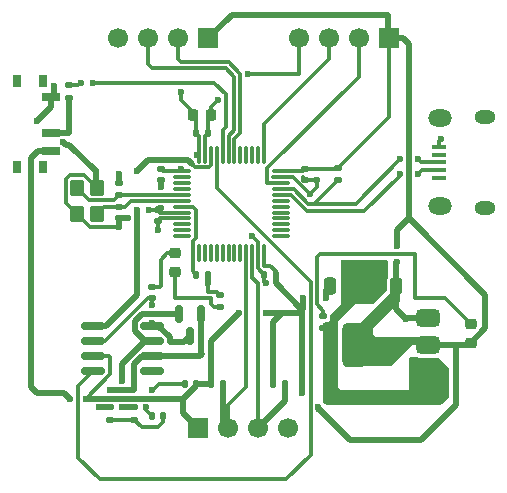
<source format=gbr>
%TF.GenerationSoftware,KiCad,Pcbnew,9.0.6*%
%TF.CreationDate,2026-02-08T19:37:55+05:30*%
%TF.ProjectId,stm32,73746d33-322e-46b6-9963-61645f706362,rev?*%
%TF.SameCoordinates,Original*%
%TF.FileFunction,Copper,L1,Top*%
%TF.FilePolarity,Positive*%
%FSLAX46Y46*%
G04 Gerber Fmt 4.6, Leading zero omitted, Abs format (unit mm)*
G04 Created by KiCad (PCBNEW 9.0.6) date 2026-02-08 19:37:55*
%MOMM*%
%LPD*%
G01*
G04 APERTURE LIST*
G04 Aperture macros list*
%AMRoundRect*
0 Rectangle with rounded corners*
0 $1 Rounding radius*
0 $2 $3 $4 $5 $6 $7 $8 $9 X,Y pos of 4 corners*
0 Add a 4 corners polygon primitive as box body*
4,1,4,$2,$3,$4,$5,$6,$7,$8,$9,$2,$3,0*
0 Add four circle primitives for the rounded corners*
1,1,$1+$1,$2,$3*
1,1,$1+$1,$4,$5*
1,1,$1+$1,$6,$7*
1,1,$1+$1,$8,$9*
0 Add four rect primitives between the rounded corners*
20,1,$1+$1,$2,$3,$4,$5,0*
20,1,$1+$1,$4,$5,$6,$7,0*
20,1,$1+$1,$6,$7,$8,$9,0*
20,1,$1+$1,$8,$9,$2,$3,0*%
G04 Aperture macros list end*
%TA.AperFunction,SMDPad,CuDef*%
%ADD10R,1.300000X0.450000*%
%TD*%
%TA.AperFunction,HeatsinkPad*%
%ADD11O,1.800000X1.150000*%
%TD*%
%TA.AperFunction,HeatsinkPad*%
%ADD12O,2.000000X1.450000*%
%TD*%
%TA.AperFunction,SMDPad,CuDef*%
%ADD13RoundRect,0.140000X-0.140000X-0.170000X0.140000X-0.170000X0.140000X0.170000X-0.140000X0.170000X0*%
%TD*%
%TA.AperFunction,SMDPad,CuDef*%
%ADD14RoundRect,0.218750X0.256250X-0.218750X0.256250X0.218750X-0.256250X0.218750X-0.256250X-0.218750X0*%
%TD*%
%TA.AperFunction,SMDPad,CuDef*%
%ADD15RoundRect,0.135000X-0.135000X-0.185000X0.135000X-0.185000X0.135000X0.185000X-0.135000X0.185000X0*%
%TD*%
%TA.AperFunction,SMDPad,CuDef*%
%ADD16RoundRect,0.140000X-0.170000X0.140000X-0.170000X-0.140000X0.170000X-0.140000X0.170000X0.140000X0*%
%TD*%
%TA.AperFunction,SMDPad,CuDef*%
%ADD17R,0.800000X1.000000*%
%TD*%
%TA.AperFunction,SMDPad,CuDef*%
%ADD18R,1.500000X0.700000*%
%TD*%
%TA.AperFunction,SMDPad,CuDef*%
%ADD19RoundRect,0.135000X-0.185000X0.135000X-0.185000X-0.135000X0.185000X-0.135000X0.185000X0.135000X0*%
%TD*%
%TA.AperFunction,SMDPad,CuDef*%
%ADD20RoundRect,0.140000X0.170000X-0.140000X0.170000X0.140000X-0.170000X0.140000X-0.170000X-0.140000X0*%
%TD*%
%TA.AperFunction,SMDPad,CuDef*%
%ADD21RoundRect,0.250000X-0.250000X-0.475000X0.250000X-0.475000X0.250000X0.475000X-0.250000X0.475000X0*%
%TD*%
%TA.AperFunction,SMDPad,CuDef*%
%ADD22RoundRect,0.135000X0.185000X-0.135000X0.185000X0.135000X-0.185000X0.135000X-0.185000X-0.135000X0*%
%TD*%
%TA.AperFunction,SMDPad,CuDef*%
%ADD23RoundRect,0.140000X0.140000X0.170000X-0.140000X0.170000X-0.140000X-0.170000X0.140000X-0.170000X0*%
%TD*%
%TA.AperFunction,SMDPad,CuDef*%
%ADD24RoundRect,0.250000X-0.350000X0.450000X-0.350000X-0.450000X0.350000X-0.450000X0.350000X0.450000X0*%
%TD*%
%TA.AperFunction,SMDPad,CuDef*%
%ADD25RoundRect,0.218750X-0.256250X0.218750X-0.256250X-0.218750X0.256250X-0.218750X0.256250X0.218750X0*%
%TD*%
%TA.AperFunction,SMDPad,CuDef*%
%ADD26RoundRect,0.375000X0.625000X0.375000X-0.625000X0.375000X-0.625000X-0.375000X0.625000X-0.375000X0*%
%TD*%
%TA.AperFunction,SMDPad,CuDef*%
%ADD27RoundRect,0.500000X0.500000X1.400000X-0.500000X1.400000X-0.500000X-1.400000X0.500000X-1.400000X0*%
%TD*%
%TA.AperFunction,SMDPad,CuDef*%
%ADD28RoundRect,0.075000X-0.662500X-0.075000X0.662500X-0.075000X0.662500X0.075000X-0.662500X0.075000X0*%
%TD*%
%TA.AperFunction,SMDPad,CuDef*%
%ADD29RoundRect,0.075000X-0.075000X-0.662500X0.075000X-0.662500X0.075000X0.662500X-0.075000X0.662500X0*%
%TD*%
%TA.AperFunction,SMDPad,CuDef*%
%ADD30RoundRect,0.150000X-0.825000X-0.150000X0.825000X-0.150000X0.825000X0.150000X-0.825000X0.150000X0*%
%TD*%
%TA.AperFunction,ComponentPad*%
%ADD31R,1.700000X1.700000*%
%TD*%
%TA.AperFunction,ComponentPad*%
%ADD32C,1.700000*%
%TD*%
%TA.AperFunction,SMDPad,CuDef*%
%ADD33RoundRect,0.150000X-0.150000X0.587500X-0.150000X-0.587500X0.150000X-0.587500X0.150000X0.587500X0*%
%TD*%
%TA.AperFunction,SMDPad,CuDef*%
%ADD34RoundRect,0.250000X0.250000X0.475000X-0.250000X0.475000X-0.250000X-0.475000X0.250000X-0.475000X0*%
%TD*%
%TA.AperFunction,SMDPad,CuDef*%
%ADD35RoundRect,0.225000X-0.225000X-0.250000X0.225000X-0.250000X0.225000X0.250000X-0.225000X0.250000X0*%
%TD*%
%TA.AperFunction,ViaPad*%
%ADD36C,0.600000*%
%TD*%
%TA.AperFunction,Conductor*%
%ADD37C,0.300000*%
%TD*%
%TA.AperFunction,Conductor*%
%ADD38C,0.500000*%
%TD*%
G04 APERTURE END LIST*
D10*
%TO.P,J4,1,VBUS*%
%TO.N,VBUS*%
X128600000Y-71300000D03*
%TO.P,J4,2,D-*%
%TO.N,/USB_D-*%
X128600000Y-70650000D03*
%TO.P,J4,3,D+*%
%TO.N,/USB_D+*%
X128600000Y-70000000D03*
%TO.P,J4,4,ID*%
%TO.N,unconnected-(J4-ID-Pad4)*%
X128600000Y-69350000D03*
%TO.P,J4,5,GND*%
%TO.N,GND*%
X128600000Y-68700000D03*
D11*
%TO.P,J4,6,Shield*%
%TO.N,unconnected-(J4-Shield-Pad6)_1*%
X132450000Y-73875000D03*
D12*
%TO.N,unconnected-(J4-Shield-Pad6)_2*%
X128650000Y-73725000D03*
%TO.N,unconnected-(J4-Shield-Pad6)_3*%
X128650000Y-66275000D03*
D11*
%TO.N,unconnected-(J4-Shield-Pad6)*%
X132450000Y-66125000D03*
%TD*%
D13*
%TO.P,C12,1*%
%TO.N,+3.3V*%
X108020000Y-67500000D03*
%TO.P,C12,2*%
%TO.N,GND*%
X108980000Y-67500000D03*
%TD*%
D14*
%TO.P,FB1,1*%
%TO.N,+3.3VA*%
X106250000Y-79287500D03*
%TO.P,FB1,2*%
%TO.N,Net-(C15-Pad1)*%
X106250000Y-77712500D03*
%TD*%
D15*
%TO.P,R4,1*%
%TO.N,+3.3V*%
X114490000Y-88750000D03*
%TO.P,R4,2*%
%TO.N,/I2C2_SDA*%
X115510000Y-88750000D03*
%TD*%
D16*
%TO.P,C8,1*%
%TO.N,+3.3V*%
X105000000Y-70520000D03*
%TO.P,C8,2*%
%TO.N,GND*%
X105000000Y-71480000D03*
%TD*%
%TO.P,C15,1*%
%TO.N,Net-(C15-Pad1)*%
X104250000Y-80520000D03*
%TO.P,C15,2*%
%TO.N,GND*%
X104250000Y-81480000D03*
%TD*%
D17*
%TO.P,SW1,*%
%TO.N,*%
X95030000Y-63100000D03*
X92820000Y-63100000D03*
X95030000Y-70400000D03*
X92820000Y-70400000D03*
D18*
%TO.P,SW1,1,A*%
%TO.N,GND*%
X95680000Y-64500000D03*
%TO.P,SW1,2,B*%
%TO.N,Net-(SW1-B)*%
X95680000Y-67500000D03*
%TO.P,SW1,3,C*%
%TO.N,+3.3V*%
X95680000Y-69000000D03*
%TD*%
D19*
%TO.P,R3,1*%
%TO.N,Net-(U2-CANH)*%
X102750000Y-90750000D03*
%TO.P,R3,2*%
%TO.N,Net-(C11-Pad2)*%
X102750000Y-91770000D03*
%TD*%
D20*
%TO.P,C13,1*%
%TO.N,+3.3VA*%
X104750000Y-74980000D03*
%TO.P,C13,2*%
%TO.N,GND*%
X104750000Y-74020000D03*
%TD*%
D21*
%TO.P,C1,1*%
%TO.N,+3.3V*%
X119300000Y-80500000D03*
%TO.P,C1,2*%
%TO.N,GND*%
X121200000Y-80500000D03*
%TD*%
D22*
%TO.P,R6,1*%
%TO.N,Net-(SW1-B)*%
X97250000Y-64510000D03*
%TO.P,R6,2*%
%TO.N,Net-(U3-BOOT0)*%
X97250000Y-63490000D03*
%TD*%
D23*
%TO.P,C3,1*%
%TO.N,+3.3V*%
X107980000Y-88760000D03*
%TO.P,C3,2*%
%TO.N,GND*%
X107020000Y-88760000D03*
%TD*%
D19*
%TO.P,R7,1*%
%TO.N,+3.3V*%
X120000000Y-70490000D03*
%TO.P,R7,2*%
%TO.N,/USB_D+*%
X120000000Y-71510000D03*
%TD*%
D20*
%TO.P,C4,1*%
%TO.N,/HSE_IN*%
X101500000Y-72730000D03*
%TO.P,C4,2*%
%TO.N,GND*%
X101500000Y-71770000D03*
%TD*%
D23*
%TO.P,C9,1*%
%TO.N,+3.3V*%
X114730000Y-79500000D03*
%TO.P,C9,2*%
%TO.N,GND*%
X113770000Y-79500000D03*
%TD*%
D15*
%TO.P,R2,1*%
%TO.N,+3.3V*%
X109240000Y-88750000D03*
%TO.P,R2,2*%
%TO.N,/I2C2_SCL*%
X110260000Y-88750000D03*
%TD*%
D16*
%TO.P,C5,1*%
%TO.N,/HSE_OUT*%
X101500000Y-73770000D03*
%TO.P,C5,2*%
%TO.N,GND*%
X101500000Y-74730000D03*
%TD*%
D13*
%TO.P,C7,1*%
%TO.N,/NRST*%
X108020000Y-79500000D03*
%TO.P,C7,2*%
%TO.N,GND*%
X108980000Y-79500000D03*
%TD*%
D22*
%TO.P,R5,1*%
%TO.N,Net-(C11-Pad2)*%
X100750000Y-91770000D03*
%TO.P,R5,2*%
%TO.N,Net-(U2-CANL)*%
X100750000Y-90750000D03*
%TD*%
D24*
%TO.P,Y1,1,1*%
%TO.N,/HSE_IN*%
X97900000Y-72150000D03*
%TO.P,Y1,2,2*%
%TO.N,GND*%
X97900000Y-74350000D03*
%TO.P,Y1,3,3*%
%TO.N,/HSE_OUT*%
X99600000Y-74350000D03*
%TO.P,Y1,4,4*%
%TO.N,GND*%
X99600000Y-72150000D03*
%TD*%
D25*
%TO.P,D1,1,K*%
%TO.N,Net-(D1-K)*%
X131250000Y-83712500D03*
%TO.P,D1,2,A*%
%TO.N,+3.3V*%
X131250000Y-85287500D03*
%TD*%
D26*
%TO.P,U1,1,GND*%
%TO.N,GND*%
X127650000Y-87800000D03*
%TO.P,U1,2,VO*%
%TO.N,+3.3V*%
X127650000Y-85500000D03*
D27*
X121350000Y-85500000D03*
D26*
%TO.P,U1,3,VI*%
X127650000Y-83200000D03*
%TD*%
D28*
%TO.P,U3,1,VBAT*%
%TO.N,+3.3V*%
X106837500Y-70750000D03*
%TO.P,U3,2,PC13*%
%TO.N,unconnected-(U3-PC13-Pad2)*%
X106837500Y-71250000D03*
%TO.P,U3,3,PC14*%
%TO.N,unconnected-(U3-PC14-Pad3)*%
X106837500Y-71750000D03*
%TO.P,U3,4,PC15*%
%TO.N,unconnected-(U3-PC15-Pad4)*%
X106837500Y-72250000D03*
%TO.P,U3,5,PD0*%
%TO.N,/HSE_IN*%
X106837500Y-72750000D03*
%TO.P,U3,6,PD1*%
%TO.N,/HSE_OUT*%
X106837500Y-73250000D03*
%TO.P,U3,7,NRST*%
%TO.N,/NRST*%
X106837500Y-73750000D03*
%TO.P,U3,8,VSSA*%
%TO.N,GND*%
X106837500Y-74250000D03*
%TO.P,U3,9,VDDA*%
%TO.N,+3.3VA*%
X106837500Y-74750000D03*
%TO.P,U3,10,PA0*%
%TO.N,unconnected-(U3-PA0-Pad10)*%
X106837500Y-75250000D03*
%TO.P,U3,11,PA1*%
%TO.N,unconnected-(U3-PA1-Pad11)*%
X106837500Y-75750000D03*
%TO.P,U3,12,PA2*%
%TO.N,unconnected-(U3-PA2-Pad12)*%
X106837500Y-76250000D03*
D29*
%TO.P,U3,13,PA3*%
%TO.N,unconnected-(U3-PA3-Pad13)*%
X108250000Y-77662500D03*
%TO.P,U3,14,PA4*%
%TO.N,unconnected-(U3-PA4-Pad14)*%
X108750000Y-77662500D03*
%TO.P,U3,15,PA5*%
%TO.N,unconnected-(U3-PA5-Pad15)*%
X109250000Y-77662500D03*
%TO.P,U3,16,PA6*%
%TO.N,unconnected-(U3-PA6-Pad16)*%
X109750000Y-77662500D03*
%TO.P,U3,17,PA7*%
%TO.N,unconnected-(U3-PA7-Pad17)*%
X110250000Y-77662500D03*
%TO.P,U3,18,PB0*%
%TO.N,unconnected-(U3-PB0-Pad18)*%
X110750000Y-77662500D03*
%TO.P,U3,19,PB1*%
%TO.N,unconnected-(U3-PB1-Pad19)*%
X111250000Y-77662500D03*
%TO.P,U3,20,PB2*%
%TO.N,unconnected-(U3-PB2-Pad20)*%
X111750000Y-77662500D03*
%TO.P,U3,21,PB10*%
%TO.N,/I2C2_SCL*%
X112250000Y-77662500D03*
%TO.P,U3,22,PB11*%
%TO.N,/I2C2_SDA*%
X112750000Y-77662500D03*
%TO.P,U3,23,VSS*%
%TO.N,GND*%
X113250000Y-77662500D03*
%TO.P,U3,24,VDD*%
%TO.N,+3.3V*%
X113750000Y-77662500D03*
D28*
%TO.P,U3,25,PB12*%
%TO.N,unconnected-(U3-PB12-Pad25)*%
X115162500Y-76250000D03*
%TO.P,U3,26,PB13*%
%TO.N,unconnected-(U3-PB13-Pad26)*%
X115162500Y-75750000D03*
%TO.P,U3,27,PB14*%
%TO.N,unconnected-(U3-PB14-Pad27)*%
X115162500Y-75250000D03*
%TO.P,U3,28,PB15*%
%TO.N,unconnected-(U3-PB15-Pad28)*%
X115162500Y-74750000D03*
%TO.P,U3,29,PA8*%
%TO.N,unconnected-(U3-PA8-Pad29)*%
X115162500Y-74250000D03*
%TO.P,U3,30,PA9*%
%TO.N,unconnected-(U3-PA9-Pad30)*%
X115162500Y-73750000D03*
%TO.P,U3,31,PA10*%
%TO.N,unconnected-(U3-PA10-Pad31)*%
X115162500Y-73250000D03*
%TO.P,U3,32,PA11*%
%TO.N,/USB_D-*%
X115162500Y-72750000D03*
%TO.P,U3,33,PA12*%
%TO.N,/USB_D+*%
X115162500Y-72250000D03*
%TO.P,U3,34,PA13*%
%TO.N,/SWDIO*%
X115162500Y-71750000D03*
%TO.P,U3,35,VSS*%
%TO.N,GND*%
X115162500Y-71250000D03*
%TO.P,U3,36,VDD*%
%TO.N,+3.3V*%
X115162500Y-70750000D03*
D29*
%TO.P,U3,37,PA14*%
%TO.N,/SWCLK*%
X113750000Y-69337500D03*
%TO.P,U3,38,PA15*%
%TO.N,unconnected-(U3-PA15-Pad38)*%
X113250000Y-69337500D03*
%TO.P,U3,39,PB3*%
%TO.N,unconnected-(U3-PB3-Pad39)*%
X112750000Y-69337500D03*
%TO.P,U3,40,PB4*%
%TO.N,unconnected-(U3-PB4-Pad40)*%
X112250000Y-69337500D03*
%TO.P,U3,41,PB5*%
%TO.N,unconnected-(U3-PB5-Pad41)*%
X111750000Y-69337500D03*
%TO.P,U3,42,PB6*%
%TO.N,/USART1_TX*%
X111250000Y-69337500D03*
%TO.P,U3,43,PB7*%
%TO.N,/USART1_RX*%
X110750000Y-69337500D03*
%TO.P,U3,44,BOOT0*%
%TO.N,Net-(U3-BOOT0)*%
X110250000Y-69337500D03*
%TO.P,U3,45,PB8*%
%TO.N,/CAN_RX*%
X109750000Y-69337500D03*
%TO.P,U3,46,PB9*%
%TO.N,/CAN_TX*%
X109250000Y-69337500D03*
%TO.P,U3,47,VSS*%
%TO.N,GND*%
X108750000Y-69337500D03*
%TO.P,U3,48,VDD*%
%TO.N,+3.3V*%
X108250000Y-69337500D03*
%TD*%
D20*
%TO.P,C14,1*%
%TO.N,+3.3VA*%
X110000000Y-82230000D03*
%TO.P,C14,2*%
%TO.N,GND*%
X110000000Y-81270000D03*
%TD*%
D13*
%TO.P,C11,1*%
%TO.N,GND*%
X104270000Y-91500000D03*
%TO.P,C11,2*%
%TO.N,Net-(C11-Pad2)*%
X105230000Y-91500000D03*
%TD*%
D30*
%TO.P,U2,1,D*%
%TO.N,/CAN_TX*%
X99275000Y-83845000D03*
%TO.P,U2,2,GND*%
%TO.N,GND*%
X99275000Y-85115000D03*
%TO.P,U2,3,VCC*%
%TO.N,+3.3V*%
X99275000Y-86385000D03*
%TO.P,U2,4,R*%
%TO.N,/CAN_RX*%
X99275000Y-87655000D03*
%TO.P,U2,5,Vref*%
%TO.N,unconnected-(U2-Vref-Pad5)*%
X104225000Y-87655000D03*
%TO.P,U2,6,CANL*%
%TO.N,Net-(U2-CANL)*%
X104225000Y-86385000D03*
%TO.P,U2,7,CANH*%
%TO.N,Net-(U2-CANH)*%
X104225000Y-85115000D03*
%TO.P,U2,8,Rs*%
%TO.N,GND*%
X104225000Y-83845000D03*
%TD*%
D31*
%TO.P,J3,1,Pin_1*%
%TO.N,+3.3V*%
X124310000Y-59500000D03*
D32*
%TO.P,J3,2,Pin_2*%
%TO.N,/SWDIO*%
X121770000Y-59500000D03*
%TO.P,J3,3,Pin_3*%
%TO.N,/SWCLK*%
X119230000Y-59500000D03*
%TO.P,J3,4,Pin_4*%
%TO.N,GND*%
X116690000Y-59500000D03*
%TD*%
D33*
%TO.P,D2,1,K*%
%TO.N,Net-(U2-CANL)*%
X108450000Y-82812500D03*
%TO.P,D2,2,K*%
%TO.N,Net-(U2-CANH)*%
X106550000Y-82812500D03*
%TO.P,D2,3,A*%
%TO.N,GND*%
X107500000Y-84687500D03*
%TD*%
D34*
%TO.P,C2,1*%
%TO.N,+3.3V*%
X124950000Y-80500000D03*
%TO.P,C2,2*%
%TO.N,GND*%
X123050000Y-80500000D03*
%TD*%
D16*
%TO.P,C10,1*%
%TO.N,+3.3V*%
X117250000Y-70520000D03*
%TO.P,C10,2*%
%TO.N,GND*%
X117250000Y-71480000D03*
%TD*%
D19*
%TO.P,R1,1*%
%TO.N,Net-(D1-K)*%
X118750000Y-82980000D03*
%TO.P,R1,2*%
%TO.N,GND*%
X118750000Y-84000000D03*
%TD*%
D35*
%TO.P,C6,1*%
%TO.N,+3.3V*%
X107725000Y-66000000D03*
%TO.P,C6,2*%
%TO.N,GND*%
X109275000Y-66000000D03*
%TD*%
D31*
%TO.P,J1,1,Pin_1*%
%TO.N,+3.3V*%
X108170000Y-92500000D03*
D32*
%TO.P,J1,2,Pin_2*%
%TO.N,/I2C2_SCL*%
X110710000Y-92500000D03*
%TO.P,J1,3,Pin_3*%
%TO.N,/I2C2_SDA*%
X113250000Y-92500000D03*
%TO.P,J1,4,Pin_4*%
%TO.N,GND*%
X115790000Y-92500000D03*
%TD*%
D31*
%TO.P,J2,1,Pin_1*%
%TO.N,+3.3V*%
X109040000Y-59500000D03*
D32*
%TO.P,J2,2,Pin_2*%
%TO.N,/USART1_TX*%
X106500000Y-59500000D03*
%TO.P,J2,3,Pin_3*%
%TO.N,/USART1_RX*%
X103960000Y-59500000D03*
%TO.P,J2,4,Pin_4*%
%TO.N,GND*%
X101420000Y-59500000D03*
%TD*%
D36*
%TO.N,GND*%
X105000000Y-73900000D03*
X94500000Y-66500000D03*
X119750000Y-84000000D03*
X112750000Y-76250000D03*
X113900000Y-80250000D03*
X104000000Y-74000000D03*
X104250000Y-82062500D03*
X118250000Y-71500000D03*
X101500000Y-75500000D03*
X96000000Y-63500000D03*
X109000000Y-80250000D03*
X112400000Y-62500000D03*
X128750000Y-68000000D03*
X109850000Y-64750000D03*
X103750000Y-90750000D03*
X102250000Y-74750000D03*
X121750000Y-78750000D03*
X96730000Y-68250001D03*
X101500000Y-71000000D03*
X104250000Y-89250000D03*
X104250000Y-83562500D03*
X105000000Y-72100000D03*
X99500000Y-70750000D03*
X124000000Y-78750000D03*
X117626890Y-72707650D03*
%TO.N,+3.3V*%
X108100000Y-69337500D03*
X98651000Y-90000000D03*
X111600000Y-82750000D03*
X113900000Y-82750000D03*
X106750000Y-70539000D03*
X125000000Y-77100000D03*
X117000000Y-89500000D03*
X106750000Y-64049997D03*
X125750000Y-83250000D03*
X117049000Y-81500000D03*
X118350000Y-90750000D03*
X125000000Y-78400000D03*
X97351000Y-90000000D03*
X119000000Y-81500000D03*
%TO.N,+3.3VA*%
X104750000Y-75750000D03*
X106250000Y-79287500D03*
%TO.N,Net-(U2-CANH)*%
X101750000Y-88500000D03*
X101750000Y-90750000D03*
%TO.N,Net-(U2-CANL)*%
X100750000Y-89250000D03*
X99750000Y-90750000D03*
%TO.N,/USB_D-*%
X126750000Y-71000000D03*
X125250000Y-71000000D03*
%TO.N,/USB_D+*%
X125250000Y-69750000D03*
X126750000Y-69750000D03*
%TO.N,Net-(U3-BOOT0)*%
X99250000Y-63250000D03*
X98250000Y-63250000D03*
%TO.N,/CAN_TX*%
X103000000Y-74000000D03*
X103000000Y-70750000D03*
%TD*%
D37*
%TO.N,GND*%
X114501000Y-71250000D02*
X116169240Y-71250000D01*
X108750000Y-67730000D02*
X108980000Y-67500000D01*
X108980000Y-67500000D02*
X108980000Y-66295000D01*
X116169240Y-71250000D02*
X117626890Y-72707650D01*
X112750000Y-76250000D02*
X113250000Y-76750000D01*
X97900000Y-74350000D02*
X99050000Y-75500000D01*
X116690000Y-62440000D02*
X116690000Y-59500000D01*
X97900000Y-74350000D02*
X96949000Y-73399000D01*
X96949000Y-71444130D02*
X97294130Y-71099000D01*
X103910958Y-81480000D02*
X100275958Y-85115000D01*
X113250000Y-77662500D02*
X113250000Y-76750000D01*
X104750000Y-74020000D02*
X104020000Y-74020000D01*
D38*
X101500000Y-74730000D02*
X101500000Y-75500000D01*
D37*
X118230000Y-71480000D02*
X118250000Y-71500000D01*
D38*
X105750000Y-85250000D02*
X105750000Y-84810900D01*
X106937500Y-85250000D02*
X105750000Y-85250000D01*
D37*
X117250000Y-71480000D02*
X118230000Y-71480000D01*
D38*
X99500000Y-70750000D02*
X99500000Y-72050000D01*
D37*
X115162500Y-71250000D02*
X114501000Y-71250000D01*
D38*
X96000000Y-64180000D02*
X95680000Y-64500000D01*
X101500000Y-74730000D02*
X102230000Y-74730000D01*
D37*
X128600000Y-68700000D02*
X128600000Y-68150000D01*
X116750000Y-62500000D02*
X116690000Y-62440000D01*
X98549000Y-71099000D02*
X99600000Y-72150000D01*
X107020000Y-88760000D02*
X104889000Y-88760000D01*
X113770000Y-80120000D02*
X113900000Y-80250000D01*
X117020000Y-71250000D02*
X117250000Y-71480000D01*
X109729000Y-80999000D02*
X109000000Y-80999000D01*
X104020000Y-74020000D02*
X104000000Y-74000000D01*
X109275000Y-66000000D02*
X109275000Y-65325000D01*
X104250000Y-83562500D02*
X104250000Y-83820000D01*
X128600000Y-68150000D02*
X128750000Y-68000000D01*
D38*
X96979999Y-68500000D02*
X96730000Y-68250001D01*
X99500000Y-72050000D02*
X99600000Y-72150000D01*
D37*
X103750000Y-90980000D02*
X104270000Y-91500000D01*
X113250000Y-78980000D02*
X113770000Y-79500000D01*
X103750000Y-90750000D02*
X103750000Y-90980000D01*
X109275000Y-65325000D02*
X109850000Y-64750000D01*
X108750000Y-69337500D02*
X108750000Y-67730000D01*
D38*
X102230000Y-74730000D02*
X102250000Y-74750000D01*
D37*
X104889000Y-88760000D02*
X104250000Y-89399000D01*
X108980000Y-66295000D02*
X109275000Y-66000000D01*
D38*
X108980000Y-79500000D02*
X108980000Y-80230000D01*
D37*
X96949000Y-73399000D02*
X96949000Y-71444130D01*
X104250000Y-81480000D02*
X103910958Y-81480000D01*
D38*
X105000000Y-73900000D02*
X104870000Y-73900000D01*
D37*
X104250000Y-81480000D02*
X104250000Y-82062500D01*
X97294130Y-71099000D02*
X98549000Y-71099000D01*
X104250000Y-83820000D02*
X104225000Y-83845000D01*
D38*
X105000000Y-71480000D02*
X105000000Y-72100000D01*
X104784100Y-83845000D02*
X104225000Y-83845000D01*
X101500000Y-71770000D02*
X101500000Y-71250000D01*
X105750000Y-84810900D02*
X104784100Y-83845000D01*
X95680000Y-65320000D02*
X95680000Y-64500000D01*
D37*
X113770000Y-79500000D02*
X113770000Y-80120000D01*
X100275958Y-85115000D02*
X99275000Y-85115000D01*
D38*
X96000000Y-63500000D02*
X96000000Y-64180000D01*
D37*
X118250000Y-71500000D02*
X118250000Y-72084540D01*
D38*
X108980000Y-80230000D02*
X109000000Y-80250000D01*
D37*
X99050000Y-75500000D02*
X101500000Y-75500000D01*
X104980000Y-74250000D02*
X104750000Y-74020000D01*
D38*
X94500000Y-66500000D02*
X95680000Y-65320000D01*
X97250000Y-68500000D02*
X96979999Y-68500000D01*
D37*
X104250000Y-89399000D02*
X104250000Y-89250000D01*
D38*
X107500000Y-84687500D02*
X106937500Y-85250000D01*
D37*
X110000000Y-81270000D02*
X109729000Y-80999000D01*
X109025000Y-67455000D02*
X108980000Y-67500000D01*
X106837500Y-74250000D02*
X104980000Y-74250000D01*
D38*
X118750000Y-84000000D02*
X119750000Y-84000000D01*
D37*
X109000000Y-80999000D02*
X109000000Y-80250000D01*
X118250000Y-72084540D02*
X117626890Y-72707650D01*
D38*
X104870000Y-73900000D02*
X104750000Y-74020000D01*
D37*
X113250000Y-77662500D02*
X113250000Y-78980000D01*
X112400000Y-62500000D02*
X116750000Y-62500000D01*
D38*
X99500000Y-70750000D02*
X97250000Y-68500000D01*
X101500000Y-71250000D02*
X101500000Y-71000000D01*
D37*
%TO.N,+3.3V*%
X115162500Y-70750000D02*
X117020000Y-70750000D01*
X117250000Y-70520000D02*
X119970000Y-70520000D01*
D38*
X109240000Y-88750000D02*
X107990000Y-88750000D01*
X124950000Y-80500000D02*
X124950000Y-78450000D01*
D37*
X106837500Y-70750000D02*
X105230000Y-70750000D01*
D38*
X117000000Y-82500000D02*
X114730000Y-80230000D01*
D37*
X108250000Y-69337500D02*
X108250000Y-67730000D01*
X106837500Y-70626500D02*
X106750000Y-70539000D01*
D38*
X117000000Y-82500000D02*
X117049000Y-82451000D01*
X111600000Y-82750000D02*
X109240000Y-85110000D01*
D37*
X120000000Y-70490000D02*
X124310000Y-66180000D01*
D38*
X124950000Y-78450000D02*
X125000000Y-78400000D01*
X130000000Y-90500000D02*
X127000000Y-93500000D01*
X131037500Y-85500000D02*
X131250000Y-85287500D01*
X107990000Y-88750000D02*
X107980000Y-88760000D01*
D37*
X100750000Y-86500000D02*
X100750000Y-87901000D01*
D38*
X124250000Y-57519901D02*
X124250000Y-59440000D01*
X117000000Y-89500000D02*
X117000000Y-82500000D01*
X126000000Y-60000000D02*
X125500000Y-59500000D01*
X121000000Y-93500000D02*
X118500000Y-91000000D01*
X111020099Y-57519901D02*
X124250000Y-57519901D01*
D37*
X105230000Y-70750000D02*
X105000000Y-70520000D01*
X113750000Y-78750000D02*
X114250000Y-78750000D01*
D38*
X94000000Y-89000000D02*
X94500000Y-89500000D01*
X94628000Y-69000000D02*
X94000000Y-69628000D01*
D37*
X99275000Y-86385000D02*
X100635000Y-86385000D01*
D38*
X119000000Y-81500000D02*
X119000000Y-80800000D01*
X117000000Y-82500000D02*
X116750000Y-82750000D01*
X124950000Y-80500000D02*
X124950000Y-82450000D01*
D37*
X117020000Y-70750000D02*
X117250000Y-70520000D01*
D38*
X114490000Y-83510000D02*
X114490000Y-88750000D01*
X109240000Y-85110000D02*
X109240000Y-88750000D01*
X106929682Y-91259682D02*
X108170000Y-92500000D01*
D37*
X100750000Y-87901000D02*
X98651000Y-90000000D01*
D38*
X115250000Y-82750000D02*
X114000000Y-82750000D01*
X118500000Y-91000000D02*
X118350000Y-90850000D01*
X98650000Y-90000000D02*
X98651000Y-90000000D01*
X116750000Y-82750000D02*
X115250000Y-82750000D01*
X131250000Y-85287500D02*
X132500000Y-84037500D01*
X119000000Y-80800000D02*
X119300000Y-80500000D01*
X127000000Y-93500000D02*
X121000000Y-93500000D01*
X106929682Y-90000000D02*
X98650000Y-90000000D01*
D37*
X113750000Y-77662500D02*
X113750000Y-78750000D01*
D38*
X114000000Y-82750000D02*
X113900000Y-82750000D01*
D37*
X119970000Y-70520000D02*
X120000000Y-70490000D01*
D38*
X126000000Y-74750000D02*
X126000000Y-60000000D01*
X115250000Y-82750000D02*
X114490000Y-83510000D01*
X125800000Y-83200000D02*
X125750000Y-83250000D01*
D37*
X115162500Y-70750000D02*
X114969235Y-70750000D01*
D38*
X127650000Y-83200000D02*
X125800000Y-83200000D01*
D37*
X114250000Y-78750000D02*
X114730000Y-79230000D01*
D38*
X124950000Y-82450000D02*
X125750000Y-83250000D01*
X94000000Y-69628000D02*
X94000000Y-89000000D01*
X125000000Y-77100000D02*
X125000000Y-75750000D01*
X132500000Y-84037500D02*
X132500000Y-81250000D01*
D37*
X114730000Y-79230000D02*
X114730000Y-79500000D01*
D38*
X125000000Y-75750000D02*
X126000000Y-74750000D01*
X124250000Y-59440000D02*
X124310000Y-59500000D01*
X132500000Y-81250000D02*
X126000000Y-74750000D01*
D37*
X106750000Y-64750000D02*
X106750000Y-64049997D01*
X100635000Y-86385000D02*
X100750000Y-86500000D01*
D38*
X109040000Y-59500000D02*
X111020099Y-57519901D01*
D37*
X107725000Y-66000000D02*
X107725000Y-65725000D01*
X124310000Y-66180000D02*
X124310000Y-59500000D01*
D38*
X95680000Y-69000000D02*
X94628000Y-69000000D01*
X117049000Y-82451000D02*
X117049000Y-81500000D01*
X125500000Y-59500000D02*
X124310000Y-59500000D01*
X127650000Y-85500000D02*
X130000000Y-85500000D01*
D37*
X106837500Y-70750000D02*
X106837500Y-70626500D01*
X108020000Y-66295000D02*
X107725000Y-66000000D01*
D38*
X130000000Y-85500000D02*
X130000000Y-90500000D01*
X107980000Y-88760000D02*
X107980000Y-88949682D01*
X107980000Y-88949682D02*
X107089841Y-89839841D01*
X94500000Y-89500000D02*
X96851000Y-89500000D01*
X106929682Y-90000000D02*
X106929682Y-91259682D01*
D37*
X108250000Y-67730000D02*
X108020000Y-67500000D01*
D38*
X130000000Y-85500000D02*
X131037500Y-85500000D01*
D37*
X108020000Y-67500000D02*
X108020000Y-66295000D01*
X107725000Y-65725000D02*
X106750000Y-64750000D01*
X108100000Y-69337500D02*
X108250000Y-69337500D01*
D38*
X118350000Y-90850000D02*
X118350000Y-90750000D01*
X114730000Y-80230000D02*
X114730000Y-79500000D01*
X107089841Y-89839841D02*
X106929682Y-90000000D01*
X96851000Y-89500000D02*
X97351000Y-90000000D01*
D37*
%TO.N,/HSE_IN*%
X98951000Y-73201000D02*
X97900000Y-72150000D01*
X101500000Y-72730000D02*
X101029000Y-73201000D01*
X101520000Y-72750000D02*
X101500000Y-72730000D01*
X101029000Y-73201000D02*
X98951000Y-73201000D01*
X106837500Y-72750000D02*
X101520000Y-72750000D01*
%TO.N,/HSE_OUT*%
X100180000Y-73770000D02*
X99600000Y-74350000D01*
X106837500Y-73250000D02*
X102500000Y-73250000D01*
X101980000Y-73770000D02*
X101500000Y-73770000D01*
X102500000Y-73250000D02*
X101980000Y-73770000D01*
X101500000Y-73770000D02*
X100180000Y-73770000D01*
%TO.N,/NRST*%
X108000000Y-76429534D02*
X107749000Y-76680534D01*
X106837500Y-73750000D02*
X107750000Y-73750000D01*
X108000000Y-74000000D02*
X108000000Y-76429534D01*
X107749000Y-76680534D02*
X107749000Y-79229000D01*
X107750000Y-73750000D02*
X108000000Y-74000000D01*
X107749000Y-79229000D02*
X108020000Y-79500000D01*
%TO.N,Net-(C11-Pad2)*%
X104799000Y-92411000D02*
X105230000Y-91980000D01*
X105230000Y-91980000D02*
X105230000Y-91500000D01*
X103391000Y-92411000D02*
X104799000Y-92411000D01*
X100750000Y-91770000D02*
X102750000Y-91770000D01*
X102750000Y-91770000D02*
X103391000Y-92411000D01*
%TO.N,+3.3VA*%
X109250000Y-82000000D02*
X109480000Y-82230000D01*
X109250000Y-81500000D02*
X109250000Y-82000000D01*
X104980000Y-74750000D02*
X104750000Y-74980000D01*
X109480000Y-82230000D02*
X110000000Y-82230000D01*
X106837500Y-74750000D02*
X104980000Y-74750000D01*
X104750000Y-74980000D02*
X104750000Y-75750000D01*
X106250000Y-79287500D02*
X106250000Y-81500000D01*
X106250000Y-81500000D02*
X109250000Y-81500000D01*
%TO.N,Net-(C15-Pad1)*%
X104250000Y-80520000D02*
X104980000Y-80520000D01*
X105537500Y-77712500D02*
X106250000Y-77712500D01*
X104980000Y-80520000D02*
X105000000Y-80500000D01*
X105000000Y-78250000D02*
X105537500Y-77712500D01*
X105000000Y-80500000D02*
X105000000Y-78250000D01*
%TO.N,Net-(D1-K)*%
X126500000Y-77750000D02*
X126500000Y-81500000D01*
X118200000Y-82000000D02*
X118200000Y-78050000D01*
X118750000Y-82550000D02*
X118200000Y-82000000D01*
X118750000Y-82980000D02*
X118750000Y-82550000D01*
X118500000Y-77750000D02*
X126500000Y-77750000D01*
X126500000Y-81500000D02*
X129037500Y-81500000D01*
X118200000Y-78050000D02*
X118500000Y-77750000D01*
X129037500Y-81500000D02*
X131250000Y-83712500D01*
D38*
%TO.N,Net-(U2-CANH)*%
X101750000Y-87030900D02*
X101750000Y-88500000D01*
X103665900Y-85115000D02*
X102799000Y-84248100D01*
X103665900Y-85115000D02*
X101750000Y-87030900D01*
X101750000Y-90750000D02*
X102750000Y-90750000D01*
X102799000Y-83441900D02*
X103428400Y-82812500D01*
X103428400Y-82812500D02*
X106550000Y-82812500D01*
X104225000Y-85115000D02*
X103665900Y-85115000D01*
X102799000Y-84248100D02*
X102799000Y-83441900D01*
%TO.N,Net-(U2-CANL)*%
X102750000Y-89250000D02*
X100750000Y-89250000D01*
X104225000Y-86385000D02*
X103436091Y-86385000D01*
X102750000Y-87071091D02*
X102750000Y-89250000D01*
X99750000Y-90750000D02*
X100750000Y-90750000D01*
X108365000Y-86385000D02*
X108500000Y-86250000D01*
X104225000Y-86385000D02*
X108365000Y-86385000D01*
X108450000Y-86200000D02*
X108450000Y-82812500D01*
X108500000Y-86250000D02*
X108450000Y-86200000D01*
X103436091Y-86385000D02*
X102750000Y-87071091D01*
D37*
%TO.N,/I2C2_SCL*%
X112250000Y-89000000D02*
X110710000Y-90540000D01*
X112250000Y-77662500D02*
X112250000Y-89000000D01*
D38*
X110260000Y-88750000D02*
X110260000Y-92050000D01*
D37*
X110710000Y-90540000D02*
X110710000Y-92500000D01*
D38*
X110260000Y-92050000D02*
X110710000Y-92500000D01*
D37*
%TO.N,/I2C2_SDA*%
X113250000Y-80250000D02*
X113250000Y-92500000D01*
D38*
X115510000Y-88750000D02*
X115510000Y-90240000D01*
X115510000Y-90240000D02*
X113250000Y-92500000D01*
D37*
X112750000Y-79750000D02*
X113250000Y-80250000D01*
X112750000Y-77662500D02*
X112750000Y-79750000D01*
%TO.N,/USART1_RX*%
X103960000Y-61710000D02*
X103960000Y-59500000D01*
X110500000Y-62000000D02*
X104250000Y-62000000D01*
X111250000Y-67250000D02*
X111250000Y-62750000D01*
X110750000Y-67750000D02*
X111250000Y-67250000D01*
X104250000Y-62000000D02*
X103960000Y-61710000D01*
X110750000Y-69337500D02*
X110750000Y-67750000D01*
X111250000Y-62750000D02*
X110500000Y-62000000D01*
%TO.N,/USART1_TX*%
X106500000Y-61250000D02*
X106500000Y-59500000D01*
X111750000Y-62500000D02*
X110750000Y-61500000D01*
X106750000Y-61500000D02*
X106500000Y-61250000D01*
X111750000Y-67500000D02*
X111750000Y-62500000D01*
X111250000Y-68000000D02*
X111750000Y-67500000D01*
X110750000Y-61500000D02*
X106750000Y-61500000D01*
X111250000Y-69337500D02*
X111250000Y-68000000D01*
%TO.N,/SWDIO*%
X114000000Y-70500000D02*
X121770000Y-62730000D01*
X114000000Y-71750000D02*
X114000000Y-70500000D01*
X115162500Y-71750000D02*
X114000000Y-71750000D01*
X121770000Y-62730000D02*
X121770000Y-59500000D01*
%TO.N,/SWCLK*%
X113750000Y-69337500D02*
X113750000Y-66750000D01*
X113750000Y-66750000D02*
X119230000Y-61270000D01*
X119230000Y-61270000D02*
X119230000Y-59500000D01*
%TO.N,/USB_D-*%
X116004534Y-72750000D02*
X115162500Y-72750000D01*
X127100000Y-70650000D02*
X128600000Y-70650000D01*
X117414534Y-74150000D02*
X122249000Y-74150000D01*
X125250000Y-71149000D02*
X125250000Y-71000000D01*
X117409534Y-74155000D02*
X117414534Y-74150000D01*
X126750000Y-71000000D02*
X127100000Y-70650000D01*
X122249000Y-74150000D02*
X125250000Y-71149000D01*
X117409534Y-74155000D02*
X116004534Y-72750000D01*
%TO.N,/USB_D+*%
X117505000Y-73505000D02*
X117510000Y-73500000D01*
X117510000Y-73500000D02*
X118010000Y-73500000D01*
X116250000Y-72250000D02*
X115162500Y-72250000D01*
X127000000Y-70000000D02*
X128600000Y-70000000D01*
X118010000Y-73500000D02*
X120000000Y-71510000D01*
X121500000Y-73500000D02*
X125250000Y-69750000D01*
X117505000Y-73505000D02*
X116250000Y-72250000D01*
X118010000Y-73500000D02*
X121500000Y-73500000D01*
X126750000Y-69750000D02*
X127000000Y-70000000D01*
%TO.N,Net-(U3-BOOT0)*%
X98010000Y-63490000D02*
X98250000Y-63250000D01*
X99250000Y-63250000D02*
X109500000Y-63250000D01*
X109500000Y-63250000D02*
X110500000Y-64250000D01*
X110250000Y-67250000D02*
X110250000Y-69337500D01*
X97250000Y-63490000D02*
X98010000Y-63490000D01*
X110500000Y-67000000D02*
X110250000Y-67250000D01*
X110500000Y-64250000D02*
X110500000Y-67000000D01*
D38*
%TO.N,Net-(SW1-B)*%
X97250000Y-64510000D02*
X97250000Y-67500000D01*
X97250000Y-67500000D02*
X95680000Y-67500000D01*
D37*
%TO.N,/CAN_RX*%
X99275000Y-87655000D02*
X98001000Y-88929000D01*
X109750000Y-72179534D02*
X109750000Y-69337500D01*
X98000000Y-95000000D02*
X99849000Y-96849000D01*
X115651000Y-96849000D02*
X117699000Y-94801000D01*
X117699000Y-94801000D02*
X117699000Y-80128534D01*
X99849000Y-96849000D02*
X115651000Y-96849000D01*
X98001000Y-88929000D02*
X98001000Y-94999000D01*
X117699000Y-80128534D02*
X109750000Y-72179534D01*
X98001000Y-94999000D02*
X98000000Y-95000000D01*
D38*
%TO.N,/CAN_TX*%
X103961000Y-69789000D02*
X107289000Y-69789000D01*
D37*
X109250000Y-70250000D02*
X109250000Y-69337500D01*
D38*
X103000000Y-70750000D02*
X103961000Y-69789000D01*
X103000000Y-81250000D02*
X103000000Y-74000000D01*
D37*
X107926000Y-70426000D02*
X109074000Y-70426000D01*
D38*
X100405000Y-83845000D02*
X102000000Y-82250000D01*
X107289000Y-69789000D02*
X107649000Y-70149000D01*
X99275000Y-83845000D02*
X100405000Y-83845000D01*
D37*
X107649000Y-70149000D02*
X107926000Y-70426000D01*
D38*
X102000000Y-82250000D02*
X103000000Y-81250000D01*
D37*
X109074000Y-70426000D02*
X109250000Y-70250000D01*
%TD*%
%TA.AperFunction,Conductor*%
%TO.N,GND*%
G36*
X124193039Y-78269685D02*
G01*
X124238794Y-78322489D01*
X124250000Y-78374000D01*
X124250000Y-79665646D01*
X124230315Y-79732685D01*
X124224805Y-79740569D01*
X124215640Y-79752654D01*
X124160122Y-79893438D01*
X124154188Y-79942853D01*
X124149500Y-79981898D01*
X124149500Y-79981903D01*
X124149500Y-80799138D01*
X124129815Y-80866177D01*
X124113181Y-80886819D01*
X123036319Y-81963681D01*
X122974996Y-81997166D01*
X122948638Y-82000000D01*
X121489999Y-82000000D01*
X120000000Y-83489999D01*
X120000000Y-83490000D01*
X120000000Y-89000000D01*
X120250000Y-89250000D01*
X126000000Y-89250000D01*
X126000000Y-86624000D01*
X126019685Y-86556961D01*
X126072489Y-86511206D01*
X126124000Y-86500000D01*
X126741260Y-86500000D01*
X126778150Y-86505615D01*
X126796093Y-86511206D01*
X126902343Y-86544315D01*
X126970406Y-86550500D01*
X126970409Y-86550500D01*
X128329591Y-86550500D01*
X128329594Y-86550500D01*
X128397657Y-86544315D01*
X128437905Y-86531772D01*
X128507761Y-86530619D01*
X128562476Y-86562476D01*
X129413181Y-87413181D01*
X129446666Y-87474504D01*
X129449500Y-87500862D01*
X129449500Y-89749138D01*
X129429815Y-89816177D01*
X129413181Y-89836819D01*
X128786319Y-90463681D01*
X128724996Y-90497166D01*
X128698638Y-90500000D01*
X118970652Y-90500000D01*
X118966844Y-90498882D01*
X118962976Y-90499762D01*
X118933589Y-90489117D01*
X118903613Y-90480315D01*
X118899940Y-90476928D01*
X118897284Y-90475966D01*
X118889608Y-90467399D01*
X118872092Y-90451246D01*
X118867252Y-90444906D01*
X118830520Y-90381284D01*
X118780462Y-90331226D01*
X118775440Y-90324648D01*
X118765767Y-90299446D01*
X118752834Y-90275760D01*
X118751338Y-90261850D01*
X118750405Y-90259418D01*
X118750847Y-90257286D01*
X118750000Y-90249402D01*
X118750000Y-83674499D01*
X118769685Y-83607460D01*
X118822489Y-83561705D01*
X118873998Y-83550499D01*
X118987456Y-83550499D01*
X119016879Y-83547741D01*
X119140794Y-83504381D01*
X119246423Y-83426423D01*
X119324381Y-83320794D01*
X119346061Y-83258836D01*
X119367741Y-83196881D01*
X119367741Y-83196879D01*
X119370500Y-83167457D01*
X119370499Y-82920859D01*
X119390183Y-82853822D01*
X119406809Y-82833190D01*
X120250000Y-81990000D01*
X120250000Y-78374000D01*
X120269685Y-78306961D01*
X120322489Y-78261206D01*
X120374000Y-78250000D01*
X124126000Y-78250000D01*
X124193039Y-78269685D01*
G37*
%TD.AperFunction*%
%TD*%
%TA.AperFunction,Conductor*%
%TO.N,+3.3V*%
G36*
X125043334Y-80559180D02*
G01*
X125087681Y-80587681D01*
X125213681Y-80713681D01*
X125247166Y-80775004D01*
X125250000Y-80801362D01*
X125250000Y-81698638D01*
X125230315Y-81765677D01*
X125213681Y-81786319D01*
X123000000Y-83999999D01*
X123000000Y-84000000D01*
X123000000Y-84500000D01*
X123250000Y-84750000D01*
X127198638Y-84750000D01*
X127265677Y-84769685D01*
X127286319Y-84786319D01*
X127788319Y-85288319D01*
X127821804Y-85349642D01*
X127816820Y-85419334D01*
X127774948Y-85475267D01*
X127709484Y-85499684D01*
X127700638Y-85500000D01*
X126249999Y-85500000D01*
X124536319Y-87213681D01*
X124474996Y-87247166D01*
X124448638Y-87250000D01*
X121301362Y-87250000D01*
X121234323Y-87230315D01*
X121213681Y-87213681D01*
X121036319Y-87036319D01*
X121002834Y-86974996D01*
X121000000Y-86948638D01*
X121000000Y-84551362D01*
X121019685Y-84484323D01*
X121036319Y-84463681D01*
X124912319Y-80587681D01*
X124973642Y-80554196D01*
X125043334Y-80559180D01*
G37*
%TD.AperFunction*%
%TD*%
M02*

</source>
